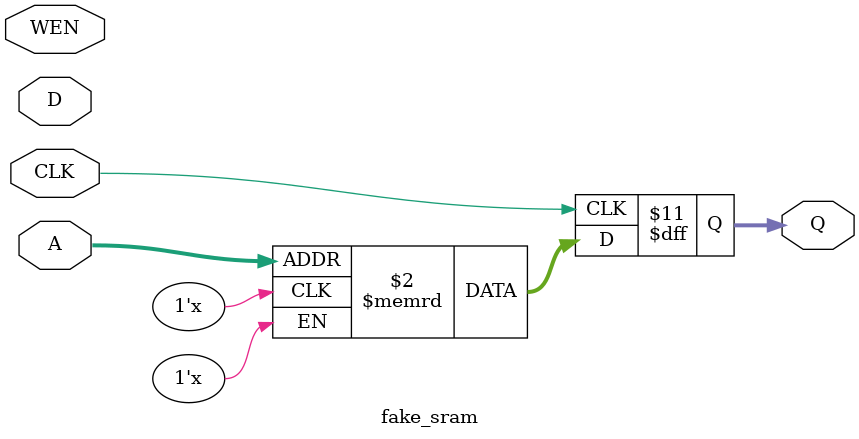
<source format=v>
module fake_sram
#(
  parameter DATA_WIDTH = 32,
  parameter ADDR_WIDTH = 10
)
(
  input                       CLK ,
  input      [ADDR_WIDTH-1:0] A   ,
  input      [DATA_WIDTH-1:0] D   ,  
  input      [DATA_WIDTH-1:0] WEN ,  
  output reg [DATA_WIDTH-1:0] Q 
);

  reg [DATA_WIDTH-1:0] data_array [ADDR_WIDTH-1:0];

  always @(posedge CLK) begin
    Q <= data_array[A];
  end 

  always @(posedge CLK) begin
    if (WEN) begin
      data_arrayata[A] <= D;
    end
  end  

endmodule
</source>
